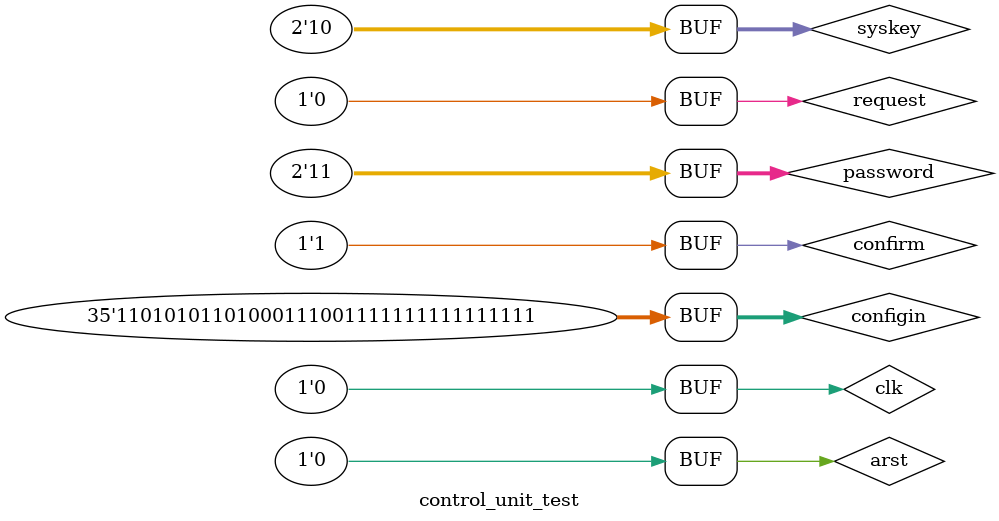
<source format=v>
`timescale 1ns / 1ps

module control_unit_test;
 // Inputs
 reg arst;
 reg clk;
 reg request;
 reg confirm;
 reg [1:0] password;
 reg [1:0] syskey;
 reg [34:0] configin;
 // Outputs
 wire [34:0] configout;
 wire write_en;
 wire [2:0] dbg_state;
 // Instantiate the Unit Under Test (UUT)
 ControlUnit uut (
  .arst(arst), 
  .clk(clk), 
  .request(request), 
  .confirm(confirm), 
  .password(password), 
  .syskey(syskey), 
  .configin(configin), 
  .configout(configout), 
  .write_en(write_en), 
  .dbg_state(dbg_state)
 );
 initial begin
  arst = 1;
  clk = 0;
  #40 arst=0;
  repeat (30)
   #40 clk = ~clk;
   end
 initial begin
  // Initialize Inputs
  request = 0;
  confirm = 0;
  syskey = 2'b10;
  configin = 0;
  #80;//IDLE state
  request = 1'b1;
  #80;// ACTIVE state
  password = 2'b10;
  confirm = 1'b1;
  request = 1'b1;
  #80;//REQUEST state
  confirm = 1'b1;
  request = 1'b1;
  configin = 35'b11010101101000111001010101011001010;
  #80;//STORE state
  password = 2'b11;
  #80;//IDLE state
  request = 1'b1;
  #80;// ACTIVE state
  confirm = 1'b1;
  request = 1'b1;
  #80;//REQUEST state
  confirm = 1'b1;
  request = 1'b1;
  configin = 35'b11010101101000111001111111111111111;
  #80;//STORE state
  #80
  request = 1'b0;
 end
endmodule
</source>
